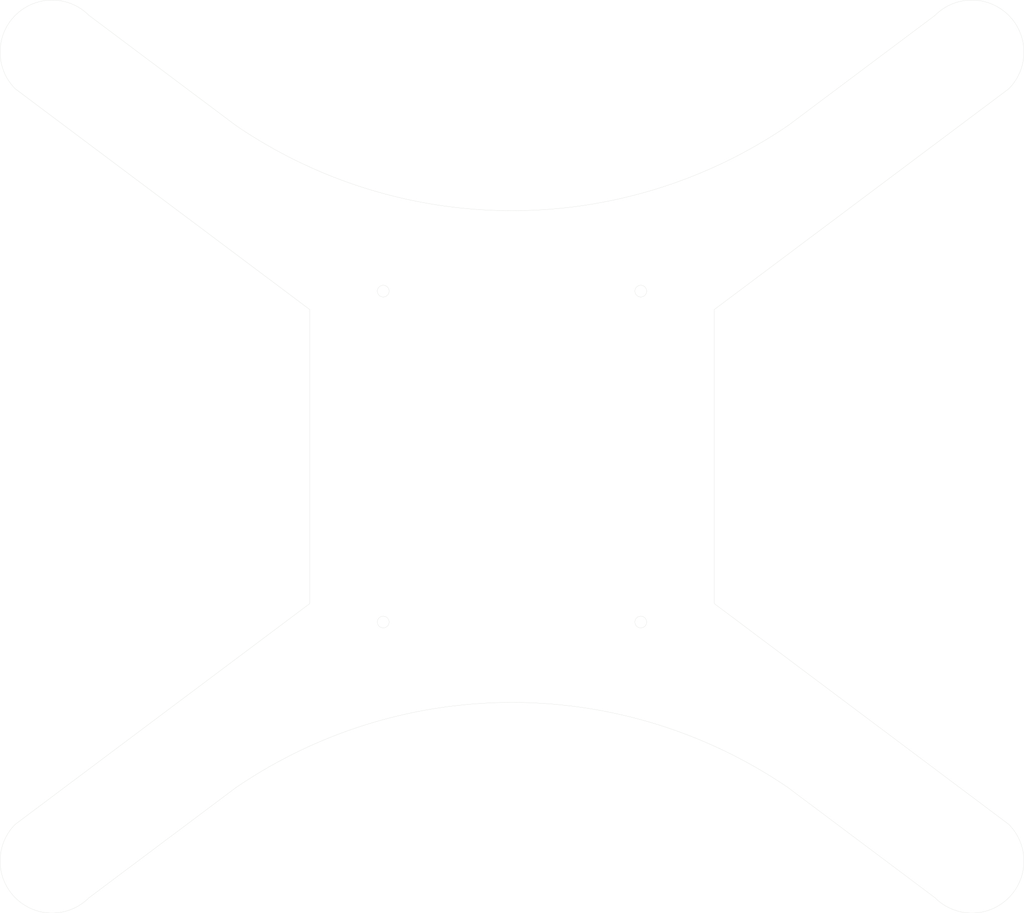
<source format=kicad_pcb>
(kicad_pcb
	(version 20240108)
	(generator "pcbnew")
	(generator_version "8.0")
	(general
		(thickness 1.6)
		(legacy_teardrops no)
	)
	(paper "A0")
	(layers
		(0 "F.Cu" signal)
		(31 "B.Cu" signal)
		(32 "B.Adhes" user "B.Adhesive")
		(33 "F.Adhes" user "F.Adhesive")
		(34 "B.Paste" user)
		(35 "F.Paste" user)
		(36 "B.SilkS" user "B.Silkscreen")
		(37 "F.SilkS" user "F.Silkscreen")
		(38 "B.Mask" user)
		(39 "F.Mask" user)
		(40 "Dwgs.User" user "User.Drawings")
		(41 "Cmts.User" user "User.Comments")
		(42 "Eco1.User" user "User.Eco1")
		(43 "Eco2.User" user "User.Eco2")
		(44 "Edge.Cuts" user)
		(45 "Margin" user)
		(46 "B.CrtYd" user "B.Courtyard")
		(47 "F.CrtYd" user "F.Courtyard")
		(48 "B.Fab" user)
		(49 "F.Fab" user)
		(50 "User.1" user)
		(51 "User.2" user)
		(52 "User.3" user)
		(53 "User.4" user)
		(54 "User.5" user)
		(55 "User.6" user)
		(56 "User.7" user)
		(57 "User.8" user)
		(58 "User.9" user)
	)
	(setup
		(stackup
			(layer "F.SilkS"
				(type "Top Silk Screen")
			)
			(layer "F.Paste"
				(type "Top Solder Paste")
			)
			(layer "F.Mask"
				(type "Top Solder Mask")
				(thickness 0.01)
			)
			(layer "F.Cu"
				(type "copper")
				(thickness 0.035)
			)
			(layer "dielectric 1"
				(type "core")
				(thickness 1.51)
				(material "FR4")
				(epsilon_r 4.5)
				(loss_tangent 0.02)
			)
			(layer "B.Cu"
				(type "copper")
				(thickness 0.035)
			)
			(layer "B.Mask"
				(type "Bottom Solder Mask")
				(thickness 0.01)
			)
			(layer "B.Paste"
				(type "Bottom Solder Paste")
			)
			(layer "B.SilkS"
				(type "Bottom Silk Screen")
			)
			(copper_finish "None")
			(dielectric_constraints no)
		)
		(pad_to_mask_clearance 0)
		(allow_soldermask_bridges_in_footprints no)
		(grid_origin 600 405)
		(pcbplotparams
			(layerselection 0x00010fc_ffffffff)
			(plot_on_all_layers_selection 0x0000000_00000000)
			(disableapertmacros no)
			(usegerberextensions no)
			(usegerberattributes yes)
			(usegerberadvancedattributes yes)
			(creategerberjobfile yes)
			(dashed_line_dash_ratio 12.000000)
			(dashed_line_gap_ratio 3.000000)
			(svgprecision 4)
			(plotframeref no)
			(viasonmask no)
			(mode 1)
			(useauxorigin no)
			(hpglpennumber 1)
			(hpglpenspeed 20)
			(hpglpendiameter 15.000000)
			(pdf_front_fp_property_popups yes)
			(pdf_back_fp_property_popups yes)
			(dxfpolygonmode yes)
			(dxfimperialunits yes)
			(dxfusepcbnewfont yes)
			(psnegative no)
			(psa4output no)
			(plotreference yes)
			(plotvalue yes)
			(plotfptext yes)
			(plotinvisibletext no)
			(sketchpadsonfab no)
			(subtractmaskfromsilk no)
			(outputformat 1)
			(mirror no)
			(drillshape 1)
			(scaleselection 1)
			(outputdirectory "")
		)
	)
	(net 0 "")
	(gr_line
		(start 600 360)
		(end 600 450)
		(stroke
			(width 0.1)
			(type default)
		)
		(layer "Dwgs.User")
		(uuid "17c944cc-0a1d-409b-b834-88cb0bcb8a27")
	)
	(gr_rect
		(start 560 355)
		(end 640 455)
		(stroke
			(width 0.1)
			(type default)
		)
		(fill none)
		(layer "Dwgs.User")
		(uuid "6caf56cb-2451-4219-aa63-aab17863ee42")
	)
	(gr_rect
		(start 565 360)
		(end 635 450)
		(stroke
			(width 0.1)
			(type default)
		)
		(fill none)
		(layer "Dwgs.User")
		(uuid "9bf54ff0-cbb6-4b58-b1a1-79633275aab9")
	)
	(gr_line
		(start 565 405)
		(end 635 405)
		(stroke
			(width 0.1)
			(type default)
		)
		(layer "Dwgs.User")
		(uuid "a664c9ac-5f31-43a1-86d3-298919a50ec7")
	)
	(gr_line
		(start 655 365)
		(end 735 305)
		(stroke
			(width 0.05)
			(type default)
		)
		(layer "Edge.Cuts")
		(uuid "21e0665b-cc87-489a-87ee-6a2f0bc1ab36")
	)
	(gr_arc
		(start 675 315)
		(mid 600 338.13527)
		(end 525 315)
		(stroke
			(width 0.05)
			(type default)
		)
		(layer "Edge.Cuts")
		(uuid "2259ca55-809f-4296-863f-a39e390633d3")
	)
	(gr_line
		(start 485 525)
		(end 525 495)
		(stroke
			(width 0.05)
			(type default)
		)
		(layer "Edge.Cuts")
		(uuid "232e77ae-4f91-46b0-b5b9-ae0b18099852")
	)
	(gr_line
		(start 735 505)
		(end 655 445)
		(stroke
			(width 0.05)
			(type default)
		)
		(layer "Edge.Cuts")
		(uuid "30f08c9a-f540-4638-b199-12faa1001587")
	)
	(gr_circle
		(center 565 450)
		(end 566.6 450)
		(stroke
			(width 0.05)
			(type default)
		)
		(fill none)
		(layer "Edge.Cuts")
		(uuid "3a9f2a53-898f-4acf-95bd-9315c045f28f")
	)
	(gr_arc
		(start 465 305)
		(mid 465 285)
		(end 485 285)
		(stroke
			(width 0.05)
			(type default)
		)
		(layer "Edge.Cuts")
		(uuid "3df70298-aee1-429f-a441-93019801173b")
	)
	(gr_line
		(start 655 365)
		(end 655 445)
		(stroke
			(width 0.05)
			(type default)
		)
		(layer "Edge.Cuts")
		(uuid "437ba260-849d-454b-97fd-f799572f06f8")
	)
	(gr_arc
		(start 715 285)
		(mid 735 285)
		(end 735 305)
		(stroke
			(width 0.05)
			(type default)
		)
		(layer "Edge.Cuts")
		(uuid "45411ea0-9fda-406f-8880-52f651a714ab")
	)
	(gr_circle
		(center 635 450)
		(end 636.6 450)
		(stroke
			(width 0.05)
			(type default)
		)
		(fill none)
		(layer "Edge.Cuts")
		(uuid "47a684b9-e56b-4158-b0d4-ed5f5f24c700")
	)
	(gr_line
		(start 525 315)
		(end 485 285)
		(stroke
			(width 0.05)
			(type default)
		)
		(layer "Edge.Cuts")
		(uuid "5237316e-97f3-48c3-b524-13dc46763f31")
	)
	(gr_line
		(start 465 505)
		(end 545 445)
		(stroke
			(width 0.05)
			(type default)
		)
		(layer "Edge.Cuts")
		(uuid "68a71fdc-e72a-4321-923e-57009dcc595c")
	)
	(gr_line
		(start 675 315)
		(end 715 285)
		(stroke
			(width 0.05)
			(type default)
		)
		(layer "Edge.Cuts")
		(uuid "6df38afc-ae70-4baf-98ff-17b80a2d3e24")
	)
	(gr_line
		(start 715 525)
		(end 675 495)
		(stroke
			(width 0.05)
			(type default)
		)
		(layer "Edge.Cuts")
		(uuid "83f3582c-41e4-4a2f-9986-477571d8147b")
	)
	(gr_line
		(start 545 365)
		(end 465 305)
		(stroke
			(width 0.05)
			(type default)
		)
		(layer "Edge.Cuts")
		(uuid "878a884c-aacc-4f78-953f-6584d0fc1fd1")
	)
	(gr_arc
		(start 525 495)
		(mid 600 471.86473)
		(end 675 495)
		(stroke
			(width 0.05)
			(type default)
		)
		(layer "Edge.Cuts")
		(uuid "9fc52b49-d828-4409-be83-cc89332b3316")
	)
	(gr_circle
		(center 635 360)
		(end 636.6 360)
		(stroke
			(width 0.05)
			(type default)
		)
		(fill none)
		(layer "Edge.Cuts")
		(uuid "bb1a9a0a-7733-4d34-8800-3927b71056b4")
	)
	(gr_arc
		(start 735 505)
		(mid 735 525)
		(end 715 525)
		(stroke
			(width 0.05)
			(type default)
		)
		(layer "Edge.Cuts")
		(uuid "cbc8550c-373e-4069-9e68-d4ecb24e9e67")
	)
	(gr_circle
		(center 565 360)
		(end 566.6 360)
		(stroke
			(width 0.05)
			(type default)
		)
		(fill none)
		(layer "Edge.Cuts")
		(uuid "d4810843-107a-4147-ba12-73b11048e264")
	)
	(gr_line
		(start 545 365)
		(end 545 445)
		(stroke
			(width 0.05)
			(type default)
		)
		(layer "Edge.Cuts")
		(uuid "ff2cc7cf-037a-44d6-b25a-62ab75a62beb")
	)
	(gr_arc
		(start 485 525)
		(mid 465 525)
		(end 465 505)
		(stroke
			(width 0.05)
			(type default)
		)
		(layer "Edge.Cuts")
		(uuid "ff512082-4e22-42f9-b3bc-d38b3e45e956")
	)
	(gr_rect
		(start 577.5 335)
		(end 622.5 475)
		(stroke
			(width 0.1)
			(type default)
		)
		(fill none)
		(layer "User.1")
		(uuid "7142dff3-af5f-48dc-b3bc-735ec45bc72a")
	)
)

</source>
